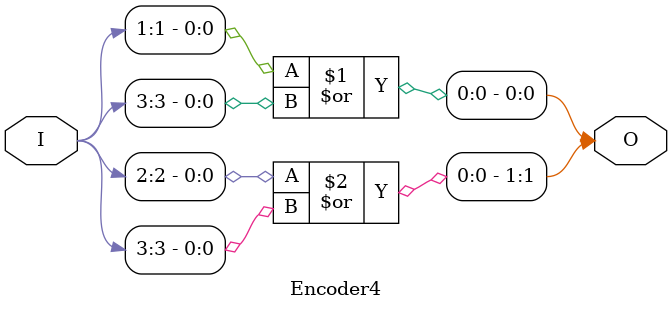
<source format=v>
module Encoder4 (input [3:0] I, output [1:0] O);
assign O = {I[2] | I[3],I[1] | I[3]};
endmodule


</source>
